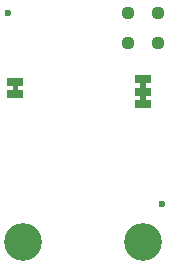
<source format=gbs>
%TF.GenerationSoftware,KiCad,Pcbnew,9.0.4*%
%TF.CreationDate,2026-01-16T11:12:57-07:00*%
%TF.ProjectId,SparkFun_Capacitive_Soil_Moisture_Sensor,53706172-6b46-4756-9e5f-436170616369,v10*%
%TF.SameCoordinates,Original*%
%TF.FileFunction,Soldermask,Bot*%
%TF.FilePolarity,Negative*%
%FSLAX46Y46*%
G04 Gerber Fmt 4.6, Leading zero omitted, Abs format (unit mm)*
G04 Created by KiCad (PCBNEW 9.0.4) date 2026-01-16 11:12:57*
%MOMM*%
%LPD*%
G01*
G04 APERTURE LIST*
G04 Aperture macros list*
%AMRoundRect*
0 Rectangle with rounded corners*
0 $1 Rounding radius*
0 $2 $3 $4 $5 $6 $7 $8 $9 X,Y pos of 4 corners*
0 Add a 4 corners polygon primitive as box body*
4,1,4,$2,$3,$4,$5,$6,$7,$8,$9,$2,$3,0*
0 Add four circle primitives for the rounded corners*
1,1,$1+$1,$2,$3*
1,1,$1+$1,$4,$5*
1,1,$1+$1,$6,$7*
1,1,$1+$1,$8,$9*
0 Add four rect primitives between the rounded corners*
20,1,$1+$1,$2,$3,$4,$5,0*
20,1,$1+$1,$4,$5,$6,$7,0*
20,1,$1+$1,$6,$7,$8,$9,0*
20,1,$1+$1,$8,$9,$2,$3,0*%
G04 Aperture macros list end*
%ADD10C,0.000000*%
%ADD11C,3.200000*%
%ADD12RoundRect,0.558000X0.000010X0.000010X-0.000010X0.000010X-0.000010X-0.000010X0.000010X-0.000010X0*%
%ADD13C,0.600000*%
%ADD14RoundRect,0.050000X-0.635000X0.330200X-0.635000X-0.330200X0.635000X-0.330200X0.635000X0.330200X0*%
%ADD15RoundRect,0.050000X0.635000X-0.330200X0.635000X0.330200X-0.635000X0.330200X-0.635000X-0.330200X0*%
G04 APERTURE END LIST*
D10*
%TO.C,JP2*%
G36*
X12917500Y-10291000D02*
G01*
X12436500Y-10291000D01*
X12436500Y-9783000D01*
X12917500Y-9783000D01*
X12917500Y-10291000D01*
G37*
G36*
X12940500Y-9258300D02*
G01*
X12459500Y-9258300D01*
X12459500Y-8750300D01*
X12940500Y-8750300D01*
X12940500Y-9258300D01*
G37*
%TO.C,JP1*%
G36*
X2145500Y-9461500D02*
G01*
X1664500Y-9461500D01*
X1664500Y-8953500D01*
X2145500Y-8953500D01*
X2145500Y-9461500D01*
G37*
%TD*%
D11*
%TO.C,ST2*%
X12700000Y-22225000D03*
%TD*%
%TO.C,ST4*%
X2540000Y-22225000D03*
%TD*%
D12*
%TO.C,TP5*%
X11430000Y-5397500D03*
%TD*%
%TO.C,TP6*%
X11430000Y-2857500D03*
%TD*%
%TO.C,TP4*%
X13970000Y-5397500D03*
%TD*%
D13*
%TO.C,FID2*%
X1270000Y-2857500D03*
%TD*%
D14*
%TO.C,JP2*%
X12700000Y-8483600D03*
X12700000Y-9525000D03*
D15*
X12700000Y-10566400D03*
%TD*%
%TO.C,JP1*%
X1905000Y-9728200D03*
X1905000Y-8686800D03*
%TD*%
D12*
%TO.C,TP7*%
X13970000Y-2857500D03*
%TD*%
D13*
%TO.C,FID1*%
X14287500Y-19050000D03*
%TD*%
M02*

</source>
